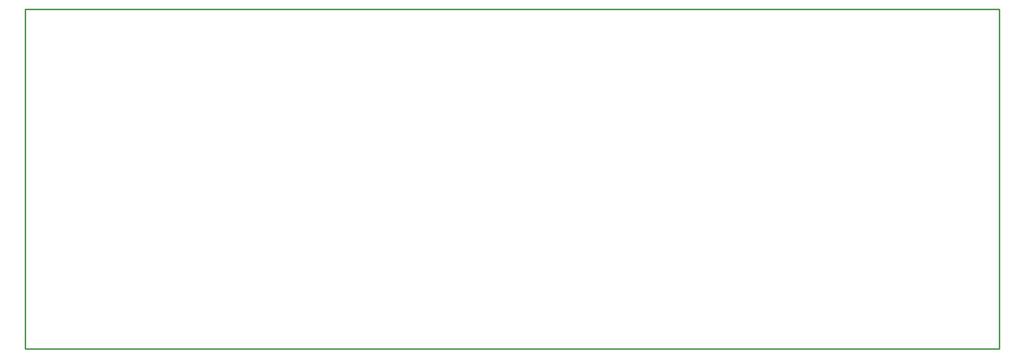
<source format=gbr>
G04 EAGLE Gerber X2 export*
%TF.Part,Single*%
%TF.FileFunction,Profile,NP*%
%TF.FilePolarity,Positive*%
%TF.GenerationSoftware,Autodesk,EAGLE,8.7.0*%
%TF.CreationDate,2018-03-25T19:01:44Z*%
G75*
%MOMM*%
%FSLAX34Y34*%
%LPD*%
%AMOC8*
5,1,8,0,0,1.08239X$1,22.5*%
G01*
%ADD10C,0.254000*%


D10*
X-101600Y0D02*
X1600000Y0D01*
X1600000Y593600D01*
X-101600Y593600D01*
X-101600Y0D01*
M02*

</source>
